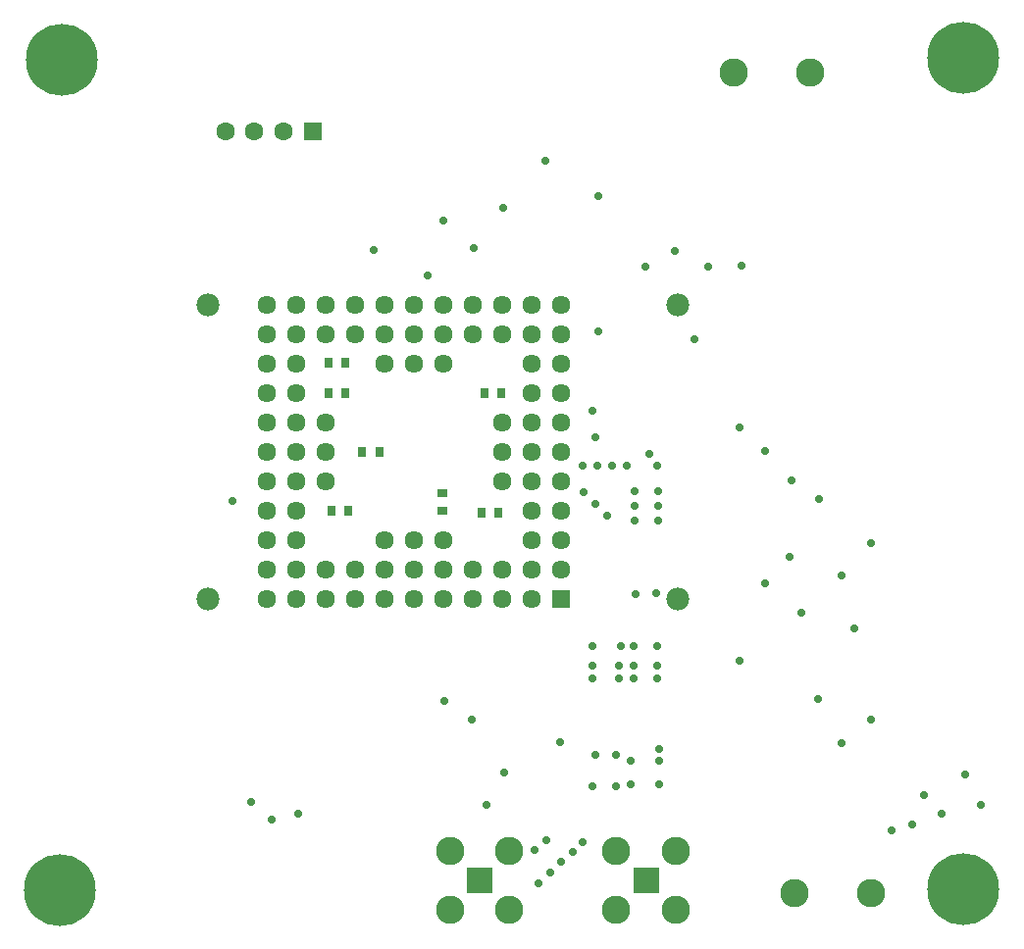
<source format=gbs>
G04*
G04 #@! TF.GenerationSoftware,Altium Limited,Altium Designer,25.4.2 (15)*
G04*
G04 Layer_Color=16711935*
%FSLAX44Y44*%
%MOMM*%
G71*
G04*
G04 #@! TF.SameCoordinates,3376916D-7717-44A7-936A-FC15E23AF39E*
G04*
G04*
G04 #@! TF.FilePolarity,Negative*
G04*
G01*
G75*
%ADD18R,0.9000X0.8000*%
%ADD19R,0.8000X0.9000*%
%ADD20C,2.4500*%
%ADD21R,2.3000X2.3000*%
%ADD22C,1.6112*%
%ADD23C,1.9832*%
%ADD24R,1.6112X1.6112*%
%ADD25C,1.6032*%
%ADD26R,1.6032X1.6032*%
%ADD27C,6.2032*%
%ADD28C,0.7032*%
D18*
X361950Y374530D02*
D03*
Y359530D02*
D03*
D19*
X395090Y358140D02*
D03*
X410090D02*
D03*
X292220Y410210D02*
D03*
X307220D02*
D03*
X265550Y359410D02*
D03*
X280550D02*
D03*
X263010Y487680D02*
D03*
X278010D02*
D03*
X263010Y461010D02*
D03*
X278010D02*
D03*
X412630D02*
D03*
X397630D02*
D03*
D20*
X368300Y15040D02*
D03*
Y66040D02*
D03*
X419300Y15040D02*
D03*
Y66040D02*
D03*
X511810Y15240D02*
D03*
Y66240D02*
D03*
X562810Y15240D02*
D03*
Y66240D02*
D03*
X731520Y29210D02*
D03*
X679450Y737870D02*
D03*
X613410D02*
D03*
X665480Y29210D02*
D03*
D21*
X393800Y40540D02*
D03*
X537310Y40740D02*
D03*
D22*
X413350Y435610D02*
D03*
Y410210D02*
D03*
Y384810D02*
D03*
X210150Y537210D02*
D03*
X235550D02*
D03*
X260950D02*
D03*
X286350D02*
D03*
X311750D02*
D03*
X337150D02*
D03*
X362550D02*
D03*
X387950D02*
D03*
X413350D02*
D03*
X438750D02*
D03*
X210150Y511810D02*
D03*
X235550D02*
D03*
X260950D02*
D03*
X286350D02*
D03*
X311750D02*
D03*
X337150D02*
D03*
X362550D02*
D03*
X387950D02*
D03*
X413350D02*
D03*
X438750D02*
D03*
X210150Y486410D02*
D03*
X235550D02*
D03*
X311750D02*
D03*
X337150D02*
D03*
X362550D02*
D03*
X438750D02*
D03*
X210150Y461010D02*
D03*
X235550D02*
D03*
X438750D02*
D03*
X210150Y435610D02*
D03*
X235550D02*
D03*
X260950D02*
D03*
X438750D02*
D03*
X210150Y410210D02*
D03*
X235550D02*
D03*
X260950D02*
D03*
X438750D02*
D03*
X210150Y384810D02*
D03*
X235550D02*
D03*
X260950D02*
D03*
X438750D02*
D03*
X210150Y359410D02*
D03*
X235550D02*
D03*
X438750D02*
D03*
X210150Y334010D02*
D03*
X235550D02*
D03*
X311750D02*
D03*
X337150D02*
D03*
X362550D02*
D03*
X438750D02*
D03*
X210150Y308610D02*
D03*
X235550D02*
D03*
X260950D02*
D03*
X286350D02*
D03*
X311750D02*
D03*
X337150D02*
D03*
X362550D02*
D03*
X387950D02*
D03*
X413350D02*
D03*
X438750D02*
D03*
X464150Y537210D02*
D03*
Y511810D02*
D03*
Y486410D02*
D03*
Y461010D02*
D03*
Y435610D02*
D03*
Y410210D02*
D03*
Y384810D02*
D03*
Y359410D02*
D03*
Y334010D02*
D03*
Y308610D02*
D03*
X210150Y283210D02*
D03*
X235550D02*
D03*
X260950D02*
D03*
X286350D02*
D03*
X311750D02*
D03*
X438750D02*
D03*
X413350D02*
D03*
X387950D02*
D03*
X362550D02*
D03*
X337150D02*
D03*
D23*
X159150Y537210D02*
D03*
Y283210D02*
D03*
X565150Y537210D02*
D03*
Y283210D02*
D03*
D24*
X464150D02*
D03*
D25*
X174390Y687070D02*
D03*
X224390D02*
D03*
X199390D02*
D03*
D26*
X249390D02*
D03*
D27*
X33020Y749300D02*
D03*
X31750Y31750D02*
D03*
X811530Y33020D02*
D03*
Y750570D02*
D03*
D28*
X527181Y376947D02*
D03*
Y364247D02*
D03*
Y351547D02*
D03*
X528451Y288047D02*
D03*
X527050Y242570D02*
D03*
Y214630D02*
D03*
X482600Y73660D02*
D03*
X451622Y75504D02*
D03*
X441462Y66614D02*
D03*
X474482Y65344D02*
D03*
X464322Y56454D02*
D03*
X749300Y83820D02*
D03*
X214630Y92670D02*
D03*
X767080Y88900D02*
D03*
X237490Y97790D02*
D03*
X792480D02*
D03*
X826770Y105410D02*
D03*
X399782Y105370D02*
D03*
X444500Y38100D02*
D03*
X454660Y46990D02*
D03*
X511810Y148590D02*
D03*
X491490Y121920D02*
D03*
X547370Y398780D02*
D03*
X520700D02*
D03*
X508000D02*
D03*
X495300D02*
D03*
X482600D02*
D03*
X483870Y375920D02*
D03*
X494030Y365760D02*
D03*
X504190Y355600D02*
D03*
X524510Y123190D02*
D03*
X548640D02*
D03*
X511810Y121920D02*
D03*
X494030Y148590D02*
D03*
X524510Y143510D02*
D03*
X548640D02*
D03*
Y153670D02*
D03*
X491490Y242570D02*
D03*
Y226060D02*
D03*
Y214630D02*
D03*
X514350D02*
D03*
Y226060D02*
D03*
X515620Y242570D02*
D03*
X527050Y226060D02*
D03*
X547370Y214630D02*
D03*
Y226060D02*
D03*
Y242570D02*
D03*
X546100Y288290D02*
D03*
X539870Y408775D02*
D03*
X547501Y376947D02*
D03*
Y364247D02*
D03*
Y351547D02*
D03*
X180340Y368300D02*
D03*
X196850Y107950D02*
D03*
X777240Y114300D02*
D03*
X388620Y586740D02*
D03*
X414020Y621030D02*
D03*
X302593Y584603D02*
D03*
X450850Y661670D02*
D03*
X590868Y570230D02*
D03*
X619760Y571500D02*
D03*
X496570Y631190D02*
D03*
X579120Y508000D02*
D03*
X562610Y584409D02*
D03*
X537210Y570230D02*
D03*
X349250Y562610D02*
D03*
X496570Y514350D02*
D03*
X362550Y609987D02*
D03*
X671830Y271780D02*
D03*
X494030Y422910D02*
D03*
X491490Y445770D02*
D03*
X618490Y431800D02*
D03*
Y229870D02*
D03*
X717550Y257810D02*
D03*
X706120Y303530D02*
D03*
X662940Y386080D02*
D03*
X640080Y411480D02*
D03*
Y297180D02*
D03*
X661670Y320040D02*
D03*
X415290Y133350D02*
D03*
X812800Y132080D02*
D03*
X687070Y369570D02*
D03*
X685800Y196850D02*
D03*
X363220Y195580D02*
D03*
X731520Y331470D02*
D03*
Y179070D02*
D03*
X387350D02*
D03*
X706120Y158750D02*
D03*
X463550Y160020D02*
D03*
M02*

</source>
